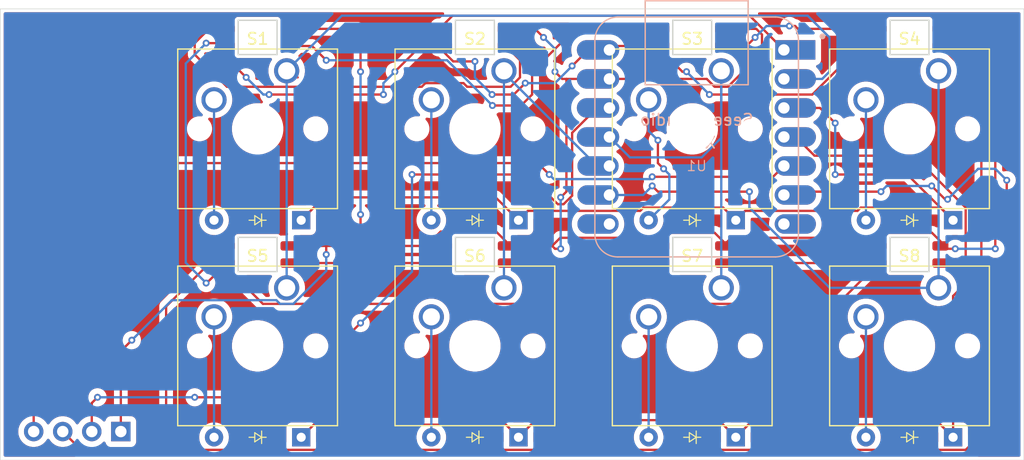
<source format=kicad_pcb>
(kicad_pcb (version 20241229) (generator "pcbnew") (generator_version "9.0")
  (layers (0 "F.Cu" signal) (2 "B.Cu" signal) (13 "F.Paste" user) (15 "B.Paste" user) (5 "F.SilkS" user "F.Silkscreen") (7 "B.SilkS" user "B.Silkscreen") (1 "F.Mask" user) (3 "B.Mask" user) (25 "Edge.Cuts" user))
  (net 0 "")
  (net 1 "Net-(D11-DIN)")
  (net 2 "Net-(D10-DOUT)")
  (net 3 "Row 0")
  (net 4 "LED_GND")
  (net 5 "5V")
  (net 6 "Net-(D1-A)")
  (net 7 "Net-(D2-A)")
  (net 8 "Net-(D3-A)")
  (net 9 "Net-(D4-A)")
  (net 10 "Row 1")
  (net 11 "Net-(D5-A)")
  (net 12 "Net-(D6-A)")
  (net 13 "Net-(D7-A)")
  (net 14 "Net-(D8-A)")
  (net 15 "Col 0")
  (net 16 "Col 1")
  (net 17 "Col 2")
  (net 18 "Col 3")
  (net 19 "LED0_DIN")
  (net 20 "Net-(D11-DOUT)")
  (net 21 "Net-(D12-DOUT)")
  (net 22 "Net-(D13-DOUT)")
  (net 23 "Net-(D14-DOUT)")
  (net 24 "Net-(D15-DOUT)")
  (net 26 "OLED_SDA")
  (net 27 "OLED_SCL")
  (net 28 "OLED_VCC")
  (footprint "ScottoKeebs_Components:Diode_DO-35" (layer "F.Cu") (at 125.81 90 180)
    (property "Reference" "D7" (hide yes))
    (property "Value" "~" (hide yes))
    (pad "1" thru_hole rect (at 0 0 180) (size 1.6 1.6) (drill 0.8) (layers "*.Cu" "*.Mask") (net 10 "Row 1"))
    (pad "2" thru_hole oval (at 7.62 0 180) (size 1.6 1.6) (drill 0.8) (layers "*.Cu" "*.Mask") (net 13 "Net-(D7-A)"))
  )
  (footprint "Button_Switch_Keyboard:SW_Cherry_MX_1.00u_PCB" (layer "F.Cu") (at 105.54 57.92)
    (property "Reference" "S2" (at -2.54 -2.794 0) (layer "F.SilkS"))
    (property "Value" "~")
    (pad "" np_thru_hole circle (at -7.62 5.08) (size 1.7 1.7) (drill 1.7) (layers "*.Cu" "*.Mask"))
    (pad "" np_thru_hole circle (at -2.54 5.08) (size 4 4) (drill 4) (layers "*.Cu" "*.Mask"))
    (pad "" np_thru_hole circle (at 2.54 5.08) (size 1.7 1.7) (drill 1.7) (layers "*.Cu" "*.Mask"))
    (pad "1" thru_hole circle (at 0 0) (size 2.2 2.2) (drill 1.5) (layers "*.Cu" "*.Mask") (net 16 "Col 1"))
    (pad "2" thru_hole circle (at -6.35 2.54) (size 2.2 2.2) (drill 1.5) (layers "*.Cu" "*.Mask") (net 7 "Net-(D2-A)"))
  )
  (footprint "ScottoKeebs_Components:Diode_DO-35" (layer "F.Cu") (at 106.81 90 180)
    (property "Reference" "D6" (hide yes))
    (property "Value" "~" (hide yes))
    (pad "1" thru_hole rect (at 0 0 180) (size 1.6 1.6) (drill 0.8) (layers "*.Cu" "*.Mask") (net 10 "Row 1"))
    (pad "2" thru_hole oval (at 7.62 0 180) (size 1.6 1.6) (drill 0.8) (layers "*.Cu" "*.Mask") (net 12 "Net-(D6-A)"))
  )
  (footprint "ScottoKeebs_Components:Diode_DO-35" (layer "F.Cu") (at 144.81 71 180)
    (property "Reference" "D4" (hide yes))
    (property "Value" "~" (hide yes))
    (pad "1" thru_hole rect (at 0 0 180) (size 1.6 1.6) (drill 0.8) (layers "*.Cu" "*.Mask") (net 3 "Row 0"))
    (pad "2" thru_hole oval (at 7.62 0 180) (size 1.6 1.6) (drill 0.8) (layers "*.Cu" "*.Mask") (net 9 "Net-(D4-A)"))
  )
  (footprint "ScottoKeebs_Components:LED_SK6812MINI" (layer "F.Cu") (at 122 55)
    (property "Reference" "D11" (hide yes))
    (property "Value" "LED_SK6812MINI" (hide yes))
    (fp_line (start -1.7 -1.5) (end -1.7 1.5) (stroke (width 0.12)) (layer "Edge.Cuts"))
    (fp_line (start -1.7 1.5) (end 1.7 1.5) (stroke (width 0.12)) (layer "Edge.Cuts"))
    (fp_line (start 1.7 -1.5) (end -1.7 -1.5) (stroke (width 0.12)) (layer "Edge.Cuts"))
    (fp_line (start 1.7 1.5) (end 1.7 -1.5) (stroke (width 0.12)) (layer "Edge.Cuts"))
    (pad "1" smd roundrect (at 2.7 -0.75) (size 1.4 0.82) (layers "F.Cu" "F.Mask" "F.Paste") (net 4 "LED_GND"))
    (pad "2" smd roundrect (at 2.7 0.75) (size 1.4 0.82) (layers "F.Cu" "F.Mask" "F.Paste") (net 20 "Net-(D11-DOUT)"))
    (pad "3" smd roundrect (at -2.7 0.75) (size 1.4 0.82) (layers "F.Cu" "F.Mask" "F.Paste") (net 5 "5V"))
    (pad "4" smd roundrect (at -2.7 -0.75) (size 1.4 0.82) (layers "F.Cu" "F.Mask" "F.Paste") (net 1 "Net-(D11-DIN)"))
  )
  (footprint "Button_Switch_Keyboard:SW_Cherry_MX_1.00u_PCB" (layer "F.Cu") (at 86.54 57.92)
    (property "Reference" "S1" (at -2.54 -2.794 0) (layer "F.SilkS"))
    (property "Value" "~")
    (pad "" np_thru_hole circle (at -7.62 5.08) (size 1.7 1.7) (drill 1.7) (layers "*.Cu" "*.Mask"))
    (pad "" np_thru_hole circle (at -2.54 5.08) (size 4 4) (drill 4) (layers "*.Cu" "*.Mask"))
    (pad "" np_thru_hole circle (at 2.54 5.08) (size 1.7 1.7) (drill 1.7) (layers "*.Cu" "*.Mask"))
    (pad "1" thru_hole circle (at 0 0) (size 2.2 2.2) (drill 1.5) (layers "*.Cu" "*.Mask") (net 15 "Col 0"))
    (pad "2" thru_hole circle (at -6.35 2.54) (size 2.2 2.2) (drill 1.5) (layers "*.Cu" "*.Mask") (net 6 "Net-(D1-A)"))
  )
  (footprint "ScottoKeebs_Components:Diode_DO-35" (layer "F.Cu") (at 87.81 71 180)
    (property "Reference" "D1" (hide yes))
    (property "Value" "~" (hide yes))
    (pad "1" thru_hole rect (at 0 0 180) (size 1.6 1.6) (drill 0.8) (layers "*.Cu" "*.Mask") (net 3 "Row 0"))
    (pad "2" thru_hole oval (at 7.62 0 180) (size 1.6 1.6) (drill 0.8) (layers "*.Cu" "*.Mask") (net 6 "Net-(D1-A)"))
  )
  (footprint "ScottoKeebs_Components:LED_SK6812MINI" (layer "F.Cu") (at 141 55)
    (property "Reference" "D12" (hide yes))
    (property "Value" "LED_SK6812MINI" (hide yes))
    (fp_line (start -1.7 -1.5) (end -1.7 1.5) (stroke (width 0.12)) (layer "Edge.Cuts"))
    (fp_line (start -1.7 1.5) (end 1.7 1.5) (stroke (width 0.12)) (layer "Edge.Cuts"))
    (fp_line (start 1.7 -1.5) (end -1.7 -1.5) (stroke (width 0.12)) (layer "Edge.Cuts"))
    (fp_line (start 1.7 1.5) (end 1.7 -1.5) (stroke (width 0.12)) (layer "Edge.Cuts"))
    (pad "1" smd roundrect (at 2.7 -0.75) (size 1.4 0.82) (layers "F.Cu" "F.Mask" "F.Paste") (net 4 "LED_GND"))
    (pad "2" smd roundrect (at 2.7 0.75) (size 1.4 0.82) (layers "F.Cu" "F.Mask" "F.Paste") (net 21 "Net-(D12-DOUT)"))
    (pad "3" smd roundrect (at -2.7 0.75) (size 1.4 0.82) (layers "F.Cu" "F.Mask" "F.Paste") (net 5 "5V"))
    (pad "4" smd roundrect (at -2.7 -0.75) (size 1.4 0.82) (layers "F.Cu" "F.Mask" "F.Paste") (net 20 "Net-(D11-DOUT)"))
  )
  (footprint "ScottoKeebs_Components:OLED_128x32" (layer "F.Cu") (at 62.24 91.1 90)
    (property "Reference" "J1" (hide yes))
    (property "Value" "OLED_128x32")
    (pad "1" thru_hole rect (at 1.6 9.8 270) (size 1.7 1.7) (drill 1) (layers "*.Cu" "*.Mask") (net 4 "LED_GND"))
    (pad "2" thru_hole oval (at 1.6 7.26 270) (size 1.7 1.7) (drill 1) (layers "*.Cu" "*.Mask") (net 28 "OLED_VCC"))
    (pad "3" thru_hole oval (at 1.6 4.72 270) (size 1.7 1.7) (drill 1) (layers "*.Cu" "*.Mask") (net 27 "OLED_SCL"))
    (pad "4" thru_hole oval (at 1.6 2.18 270) (size 1.7 1.7) (drill 1) (layers "*.Cu" "*.Mask") (net 26 "OLED_SDA"))
  )
  (footprint "Button_Switch_Keyboard:SW_Cherry_MX_1.00u_PCB" (layer "F.Cu") (at 143.54 57.92)
    (property "Reference" "S4" (at -2.54 -2.794 0) (layer "F.SilkS"))
    (property "Value" "~")
    (pad "" np_thru_hole circle (at -7.62 5.08) (size 1.7 1.7) (drill 1.7) (layers "*.Cu" "*.Mask"))
    (pad "" np_thru_hole circle (at -2.54 5.08) (size 4 4) (drill 4) (layers "*.Cu" "*.Mask"))
    (pad "" np_thru_hole circle (at 2.54 5.08) (size 1.7 1.7) (drill 1.7) (layers "*.Cu" "*.Mask"))
    (pad "1" thru_hole circle (at 0 0) (size 2.2 2.2) (drill 1.5) (layers "*.Cu" "*.Mask") (net 18 "Col 3"))
    (pad "2" thru_hole circle (at -6.35 2.54) (size 2.2 2.2) (drill 1.5) (layers "*.Cu" "*.Mask") (net 9 "Net-(D4-A)"))
  )
  (footprint "Button_Switch_Keyboard:SW_Cherry_MX_1.00u_PCB" (layer "F.Cu") (at 124.54 76.92)
    (property "Reference" "S7" (at -2.54 -2.794 0) (layer "F.SilkS"))
    (property "Value" "~")
    (pad "" np_thru_hole circle (at -7.62 5.08) (size 1.7 1.7) (drill 1.7) (layers "*.Cu" "*.Mask"))
    (pad "" np_thru_hole circle (at -2.54 5.08) (size 4 4) (drill 4) (layers "*.Cu" "*.Mask"))
    (pad "" np_thru_hole circle (at 2.54 5.08) (size 1.7 1.7) (drill 1.7) (layers "*.Cu" "*.Mask"))
    (pad "1" thru_hole circle (at 0 0) (size 2.2 2.2) (drill 1.5) (layers "*.Cu" "*.Mask") (net 17 "Col 2"))
    (pad "2" thru_hole circle (at -6.35 2.54) (size 2.2 2.2) (drill 1.5) (layers "*.Cu" "*.Mask") (net 13 "Net-(D7-A)"))
  )
  (footprint "Button_Switch_Keyboard:SW_Cherry_MX_1.00u_PCB" (layer "F.Cu") (at 86.54 76.92)
    (property "Reference" "S5" (at -2.54 -2.794 0) (layer "F.SilkS"))
    (property "Value" "~")
    (pad "" np_thru_hole circle (at -7.62 5.08) (size 1.7 1.7) (drill 1.7) (layers "*.Cu" "*.Mask"))
    (pad "" np_thru_hole circle (at -2.54 5.08) (size 4 4) (drill 4) (layers "*.Cu" "*.Mask"))
    (pad "" np_thru_hole circle (at 2.54 5.08) (size 1.7 1.7) (drill 1.7) (layers "*.Cu" "*.Mask"))
    (pad "1" thru_hole circle (at 0 0) (size 2.2 2.2) (drill 1.5) (layers "*.Cu" "*.Mask") (net 15 "Col 0"))
    (pad "2" thru_hole circle (at -6.35 2.54) (size 2.2 2.2) (drill 1.5) (layers "*.Cu" "*.Mask") (net 11 "Net-(D5-A)"))
  )
  (footprint "ScottoKeebs_Components:Diode_DO-35" (layer "F.Cu") (at 125.81 71 180)
    (property "Reference" "D3" (hide yes))
    (property "Value" "~" (hide yes))
    (pad "1" thru_hole rect (at 0 0 180) (size 1.6 1.6) (drill 0.8) (layers "*.Cu" "*.Mask") (net 3 "Row 0"))
    (pad "2" thru_hole oval (at 7.62 0 180) (size 1.6 1.6) (drill 0.8) (layers "*.Cu" "*.Mask") (net 8 "Net-(D3-A)"))
  )
  (footprint "ScottoKeebs_Components:Diode_DO-35" (layer "F.Cu") (at 87.81 90 180)
    (property "Reference" "D5" (hide yes))
    (property "Value" "~" (hide yes))
    (pad "1" thru_hole rect (at 0 0 180) (size 1.6 1.6) (drill 0.8) (layers "*.Cu" "*.Mask") (net 10 "Row 1"))
    (pad "2" thru_hole oval (at 7.62 0 180) (size 1.6 1.6) (drill 0.8) (layers "*.Cu" "*.Mask") (net 11 "Net-(D5-A)"))
  )
  (footprint "ScottoKeebs_Components:Diode_DO-35" (layer "F.Cu") (at 144.81 90 180)
    (property "Reference" "D8" (hide yes))
    (property "Value" "~" (hide yes))
    (pad "1" thru_hole rect (at 0 0 180) (size 1.6 1.6) (drill 0.8) (layers "*.Cu" "*.Mask") (net 10 "Row 1"))
    (pad "2" thru_hole oval (at 7.62 0 180) (size 1.6 1.6) (drill 0.8) (layers "*.Cu" "*.Mask") (net 14 "Net-(D8-A)"))
  )
  (footprint "ScottoKeebs_Components:LED_SK6812MINI" (layer "F.Cu") (at 103 74)
    (property "Reference" "D14" (hide yes))
    (property "Value" "LED_SK6812MINI" (hide yes))
    (fp_line (start -1.7 -1.5) (end -1.7 1.5) (stroke (width 0.12)) (layer "Edge.Cuts"))
    (fp_line (start -1.7 1.5) (end 1.7 1.5) (stroke (width 0.12)) (layer "Edge.Cuts"))
    (fp_line (start 1.7 -1.5) (end -1.7 -1.5) (stroke (width 0.12)) (layer "Edge.Cuts"))
    (fp_line (start 1.7 1.5) (end 1.7 -1.5) (stroke (width 0.12)) (layer "Edge.Cuts"))
    (pad "1" smd roundrect (at 2.7 -0.75) (size 1.4 0.82) (layers "F.Cu" "F.Mask" "F.Paste") (net 4 "LED_GND"))
    (pad "2" smd roundrect (at 2.7 0.75) (size 1.4 0.82) (layers "F.Cu" "F.Mask" "F.Paste") (net 23 "Net-(D14-DOUT)"))
    (pad "3" smd roundrect (at -2.7 0.75) (size 1.4 0.82) (layers "F.Cu" "F.Mask" "F.Paste") (net 5 "5V"))
    (pad "4" smd roundrect (at -2.7 -0.75) (size 1.4 0.82) (layers "F.Cu" "F.Mask" "F.Paste") (net 22 "Net-(D13-DOUT)"))
  )
  (footprint "ScottoKeebs_Components:LED_SK6812MINI" (layer "F.Cu") (at 84 74)
    (property "Reference" "D13" (hide yes))
    (property "Value" "LED_SK6812MINI" (hide yes))
    (fp_line (start -1.7 -1.5) (end -1.7 1.5) (stroke (width 0.12)) (layer "Edge.Cuts"))
    (fp_line (start -1.7 1.5) (end 1.7 1.5) (stroke (width 0.12)) (layer "Edge.Cuts"))
    (fp_line (start 1.7 -1.5) (end -1.7 -1.5) (stroke (width 0.12)) (layer "Edge.Cuts"))
    (fp_line (start 1.7 1.5) (end 1.7 -1.5) (stroke (width 0.12)) (layer "Edge.Cuts"))
    (pad "1" smd roundrect (at 2.7 -0.75) (size 1.4 0.82) (layers "F.Cu" "F.Mask" "F.Paste") (net 4 "LED_GND"))
    (pad "2" smd roundrect (at 2.7 0.75) (size 1.4 0.82) (layers "F.Cu" "F.Mask" "F.Paste") (net 22 "Net-(D13-DOUT)"))
    (pad "3" smd roundrect (at -2.7 0.75) (size 1.4 0.82) (layers "F.Cu" "F.Mask" "F.Paste") (net 5 "5V"))
    (pad "4" smd roundrect (at -2.7 -0.75) (size 1.4 0.82) (layers "F.Cu" "F.Mask" "F.Paste") (net 21 "Net-(D12-DOUT)"))
  )
  (footprint "Button_Switch_Keyboard:SW_Cherry_MX_1.00u_PCB" (layer "F.Cu") (at 143.54 76.92)
    (property "Reference" "S8" (at -2.54 -2.794 0) (layer "F.SilkS"))
    (property "Value" "~")
    (pad "" np_thru_hole circle (at -7.62 5.08) (size 1.7 1.7) (drill 1.7) (layers "*.Cu" "*.Mask"))
    (pad "" np_thru_hole circle (at -2.54 5.08) (size 4 4) (drill 4) (layers "*.Cu" "*.Mask"))
    (pad "" np_thru_hole circle (at 2.54 5.08) (size 1.7 1.7) (drill 1.7) (layers "*.Cu" "*.Mask"))
    (pad "1" thru_hole circle (at 0 0) (size 2.2 2.2) (drill 1.5) (layers "*.Cu" "*.Mask") (net 18 "Col 3"))
    (pad "2" thru_hole circle (at -6.35 2.54) (size 2.2 2.2) (drill 1.5) (layers "*.Cu" "*.Mask") (net 14 "Net-(D8-A)"))
  )
  (footprint "ScottoKeebs_Components:LED_SK6812MINI" (layer "F.Cu") (at 122 74)
    (property "Reference" "D15" (hide yes))
    (property "Value" "LED_SK6812MINI" (hide yes))
    (fp_line (start -1.7 -1.5) (end -1.7 1.5) (stroke (width 0.12)) (layer "Edge.Cuts"))
    (fp_line (start -1.7 1.5) (end 1.7 1.5) (stroke (width 0.12)) (layer "Edge.Cuts"))
    (fp_line (start 1.7 -1.5) (end -1.7 -1.5) (stroke (width 0.12)) (layer "Edge.Cuts"))
    (fp_line (start 1.7 1.5) (end 1.7 -1.5) (stroke (width 0.12)) (layer "Edge.Cuts"))
    (pad "1" smd roundrect (at 2.7 -0.75) (size 1.4 0.82) (layers "F.Cu" "F.Mask" "F.Paste") (net 4 "LED_GND"))
    (pad "2" smd roundrect (at 2.7 0.75) (size 1.4 0.82) (layers "F.Cu" "F.Mask" "F.Paste") (net 24 "Net-(D15-DOUT)"))
    (pad "3" smd roundrect (at -2.7 0.75) (size 1.4 0.82) (layers "F.Cu" "F.Mask" "F.Paste") (net 5 "5V"))
    (pad "4" smd roundrect (at -2.7 -0.75) (size 1.4 0.82) (layers "F.Cu" "F.Mask" "F.Paste") (net 23 "Net-(D14-DOUT)"))
  )
  (footprint "ScottoKeebs_Components:LED_SK6812MINI" (layer "F.Cu") (at 103 55)
    (property "Reference" "D10" (hide yes))
    (property "Value" "LED_SK6812MINI" (hide yes))
    (fp_line (start -1.7 -1.5) (end -1.7 1.5) (stroke (width 0.12)) (layer "Edge.Cuts"))
    (fp_line (start -1.7 1.5) (end 1.7 1.5) (stroke (width 0.12)) (layer "Edge.Cuts"))
    (fp_line (start 1.7 -1.5) (end -1.7 -1.5) (stroke (width 0.12)) (layer "Edge.Cuts"))
    (fp_line (start 1.7 1.5) (end 1.7 -1.5) (stroke (width 0.12)) (layer "Edge.Cuts"))
    (pad "1" smd roundrect (at 2.7 -0.75) (size 1.4 0.82) (layers "F.Cu" "F.Mask" "F.Paste") (net 4 "LED_GND"))
    (pad "2" smd roundrect (at 2.7 0.75) (size 1.4 0.82) (layers "F.Cu" "F.Mask" "F.Paste") (net 2 "Net-(D10-DOUT)"))
    (pad "3" smd roundrect (at -2.7 0.75) (size 1.4 0.82) (layers "F.Cu" "F.Mask" "F.Paste") (net 5 "5V"))
    (pad "4" smd roundrect (at -2.7 -0.75) (size 1.4 0.82) (layers "F.Cu" "F.Mask" "F.Paste") (net 19 "LED0_DIN"))
  )
  (footprint "Button_Switch_Keyboard:SW_Cherry_MX_1.00u_PCB" (layer "F.Cu") (at 124.54 57.92)
    (property "Reference" "S3" (at -2.54 -2.794 0) (layer "F.SilkS"))
    (property "Value" "~")
    (pad "" np_thru_hole circle (at -7.62 5.08) (size 1.7 1.7) (drill 1.7) (layers "*.Cu" "*.Mask"))
    (pad "" np_thru_hole circle (at -2.54 5.08) (size 4 4) (drill 4) (layers "*.Cu" "*.Mask"))
    (pad "" np_thru_hole circle (at 2.54 5.08) (size 1.7 1.7) (drill 1.7) (layers "*.Cu" "*.Mask"))
    (pad "1" thru_hole circle (at 0 0) (size 2.2 2.2) (drill 1.5) (layers "*.Cu" "*.Mask") (net 17 "Col 2"))
    (pad "2" thru_hole circle (at -6.35 2.54) (size 2.2 2.2) (drill 1.5) (layers "*.Cu" "*.Mask") (net 8 "Net-(D3-A)"))
  )
  (footprint "ScottoKeebs_Components:Diode_DO-35" (layer "F.Cu") (at 106.81 71 180)
    (property "Reference" "D2" (hide yes))
    (property "Value" "~" (hide yes))
    (pad "1" thru_hole rect (at 0 0 180) (size 1.6 1.6) (drill 0.8) (layers "*.Cu" "*.Mask") (net 3 "Row 0"))
    (pad "2" thru_hole oval (at 7.62 0 180) (size 1.6 1.6) (drill 0.8) (layers "*.Cu" "*.Mask") (net 7 "Net-(D2-A)"))
  )
  (footprint "ScottoKeebs_Components:LED_SK6812MINI" (layer "F.Cu") (at 141 74)
    (property "Reference" "D16" (hide yes))
    (property "Value" "LED_SK6812MINI" (hide yes))
    (fp_line (start -1.7 -1.5) (end -1.7 1.5) (stroke (width 0.12)) (layer "Edge.Cuts"))
    (fp_line (start -1.7 1.5) (end 1.7 1.5) (stroke (width 0.12)) (layer "Edge.Cuts"))
    (fp_line (start 1.7 -1.5) (end -1.7 -1.5) (stroke (width 0.12)) (layer "Edge.Cuts"))
    (fp_line (start 1.7 1.5) (end 1.7 -1.5) (stroke (width 0.12)) (layer "Edge.Cuts"))
    (pad "1" smd roundrect (at 2.7 -0.75) (size 1.4 0.82) (layers "F.Cu" "F.Mask" "F.Paste") (net 4 "LED_GND"))
    (pad "2" smd roundrect (at 2.7 0.75) (size 1.4 0.82) (layers "F.Cu" "F.Mask" "F.Paste"))
    (pad "3" smd roundrect (at -2.7 0.75) (size 1.4 0.82) (layers "F.Cu" "F.Mask" "F.Paste") (net 5 "5V"))
    (pad "4" smd roundrect (at -2.7 -0.75) (size 1.4 0.82) (layers "F.Cu" "F.Mask" "F.Paste") (net 24 "Net-(D15-DOUT)"))
  )
  (footprint "Button_Switch_Keyboard:SW_Cherry_MX_1.00u_PCB" (layer "F.Cu") (at 105.54 76.92)
    (property "Reference" "S6" (at -2.54 -2.794 0) (layer "F.SilkS"))
    (property "Value" "~")
    (pad "" np_thru_hole circle (at -7.62 5.08) (size 1.7 1.7) (drill 1.7) (layers "*.Cu" "*.Mask"))
    (pad "" np_thru_hole circle (at -2.54 5.08) (size 4 4) (drill 4) (layers "*.Cu" "*.Mask"))
    (pad "" np_thru_hole circle (at 2.54 5.08) (size 1.7 1.7) (drill 1.7) (layers "*.Cu" "*.Mask"))
    (pad "1" thru_hole circle (at 0 0) (size 2.2 2.2) (drill 1.5) (layers "*.Cu" "*.Mask") (net 16 "Col 1"))
    (pad "2" thru_hole circle (at -6.35 2.54) (size 2.2 2.2) (drill 1.5) (layers "*.Cu" "*.Mask") (net 12 "Net-(D6-A)"))
  )
  (footprint "ScottoKeebs_Components:LED_SK6812MINI" (layer "F.Cu") (at 84 55)
    (property "Reference" "D9" (hide yes))
    (property "Value" "LED_SK6812MINI" (hide yes))
    (fp_line (start -1.7 -1.5) (end -1.7 1.5) (stroke (width 0.12)) (layer "Edge.Cuts"))
    (fp_line (start -1.7 1.5) (end 1.7 1.5) (stroke (width 0.12)) (layer "Edge.Cuts"))
    (fp_line (start 1.7 -1.5) (end -1.7 -1.5) (stroke (width 0.12)) (layer "Edge.Cuts"))
    (fp_line (start 1.7 1.5) (end 1.7 -1.5) (stroke (width 0.12)) (layer "Edge.Cuts"))
    (pad "1" smd roundrect (at 2.7 -0.75) (size 1.4 0.82) (layers "F.Cu" "F.Mask" "F.Paste") (net 4 "LED_GND"))
    (pad "2" smd roundrect (at 2.7 0.75) (size 1.4 0.82) (layers "F.Cu" "F.Mask" "F.Paste") (net 1 "Net-(D11-DIN)"))
    (pad "3" smd roundrect (at -2.7 0.75) (size 1.4 0.82) (layers "F.Cu" "F.Mask" "F.Paste") (net 5 "5V"))
    (pad "4" smd roundrect (at -2.7 -0.75) (size 1.4 0.82) (layers "F.Cu" "F.Mask" "F.Paste") (net 2 "Net-(D10-DOUT)"))
  )
  (footprint "footprints:XIAO-Generic-Hybrid-14P-2.54-21X17.8MM" (layer "B.Cu") (at 122.3895 63.712015 180)
    (property "Reference" "U1" (at 0 -2.54 0) (layer "B.SilkS") (effects (font (size 0.889 0.889) (thickness 0.1016)) (justify mirror)))
    (property "Value" "MOUDLE-SEEEDUINO-XIAO" (hide yes))
    (fp_text user "Seeed Studio" (at 0 1.5 0) (layer "B.SilkS") (effects (justify mirror)))
    (fp_text user "XIAO" (at 0 -0.5 0) (layer "B.SilkS") (effects (justify mirror)))
    (pad "1" thru_hole rect (at -7.625 7.62 180) (size 3.5 1.7) (drill 1 (offset -1 0)) (layers "*.Cu" "*.Mask") (net 19 "LED0_DIN"))
    (pad "2" thru_hole oval (at -7.625 5.08 180) (size 3.6 1.7) (drill 1 (offset -1 0)) (layers "*.Cu" "*.Mask") (net 15 "Col 0"))
    (pad "3" thru_hole oval (at -7.625 2.54 180) (size 3.6 1.7) (drill 1 (offset -1 0)) (layers "*.Cu" "*.Mask") (net 3 "Row 0"))
    (pad "4" thru_hole oval (at -7.625 0 180) (size 3.6 1.7) (drill 1 (offset -1 0)) (layers "*.Cu" "*.Mask") (net 10 "Row 1"))
    (pad "5" thru_hole oval (at -7.625 -2.54 180) (size 3.6 1.7) (drill 1 (offset -1 0)) (layers "*.Cu" "*.Mask") (net 26 "OLED_SDA"))
    (pad "6" thru_hole oval (at -7.625 -5.08) (size 3.6 1.7) (drill 1 (offset 1 0)) (layers "*.Cu" "*.Mask") (net 27 "OLED_SCL"))
    (pad "7" thru_hole oval (at -7.625 -7.62 180) (size 3.6 1.7) (drill 1 (offset -1 0)) (layers "*.Cu" "*.Mask"))
    (pad "8" thru_hole oval (at 7.625 -7.62 180) (size 3.6 1.7) (drill 1 (offset 1 0)) (layers "*.Cu" "*.Mask"))
    (pad "9" thru_hole oval (at 7.625 -5.08 180) (size 3.6 1.7) (drill 1 (offset 1 0)) (layers "*.Cu" "*.Mask") (net 18 "Col 3"))
    (pad "10" thru_hole oval (at 7.625 -2.54 180) (size 3.6 1.7) (drill 1 (offset 1 0)) (layers "*.Cu" "*.Mask") (net 16 "Col 1"))
    (pad "11" thru_hole oval (at 7.625 0 180) (size 3.7 1.7) (drill 1 (offset 1 0)) (layers "*.Cu" "*.Mask") (net 17 "Col 2"))
    (pad "12" thru_hole oval (at 7.625 2.54 180) (size 3.7 1.7) (drill 1 (offset 1 0)) (layers "*.Cu" "*.Mask") (net 28 "OLED_VCC"))
    (pad "13" thru_hole oval (at 7.625 5.08 180) (size 3.7 1.7) (drill 1 (offset 1 0)) (layers "*.Cu" "*.Mask") (net 4 "LED_GND"))
    (pad "14" thru_hole oval (at 7.625 7.62 180) (size 3.7 1.7) (drill 1 (offset 1 0)) (layers "*.Cu" "*.Mask") (net 5 "5V"))
  )
  (gr_rect (start 61.5 52.5) (end 151 92) (stroke (width 0.05)) (fill no) (layer "Edge.Cuts"))
  (segment (start 119.3 54.25) (end 111.758414 54.25) (width 0.2) (layer "F.Cu") (net 1))
  (segment (start 107.04 60.96) (end 104.53 60.96) (width 0.2) (layer "F.Cu") (net 1))
  (segment (start 90 57) (end 88.75 55.75) (width 0.2) (layer "F.Cu") (net 1))
  (segment (start 108 58.008414) (end 108 60) (width 0.2) (layer "F.Cu") (net 1))
  (segment (start 111.758414 54.25) (end 108 58.008414) (width 0.2) (layer "F.Cu") (net 1))
  (segment (start 108 60) (end 107.04 60.96) (width 0.2) (layer "F.Cu") (net 1))
  (segment (start 88.75 55.75) (end 86.7 55.75) (width 0.2) (layer "F.Cu") (net 1))
  (via (at 90 57) (size 0.6) (drill 0.3) (layers "F.Cu" "B.Cu") (net 1))
  (via (at 104.53 60.96) (size 0.6) (drill 0.3) (layers "F.Cu" "B.Cu") (net 1))
  (segment (start 100.57 57) (end 90 57) (width 0.2) (layer "B.Cu") (net 1))
  (segment (start 104.53 60.96) (end 100.57 57) (width 0.2) (layer "B.Cu") (net 1))
  (segment (start 106.941 56.991) (end 106.941 58.500314) (width 0.2) (layer "F.Cu") (net 2))
  (segment (start 98.668686 59) (end 98.347686 59.321) (width 0.2) (layer "F.Cu") (net 2))
  (segment (start 106.120314 59.321) (end 102.321 59.321) (width 0.2) (layer "F.Cu") (net 2))
  (segment (start 102.321 59.321) (end 102 59) (width 0.2) (layer "F.Cu") (net 2))
  (segment (start 79.75 54.25) (end 81.3 54.25) (width 0.2) (layer "F.Cu") (net 2))
  (segment (start 98.347686 59.321) (end 81.321 59.321) (width 0.2) (layer "F.Cu") (net 2))
  (segment (start 105.7 55.75) (end 106.941 56.991) (width 0.2) (layer "F.Cu") (net 2))
  (segment (start 78.5 55.5) (end 79.75 54.25) (width 0.2) (layer "F.Cu") (net 2))
  (segment (start 106.941 58.500314) (end 106.120314 59.321) (width 0.2) (layer "F.Cu") (net 2))
  (segment (start 81.321 59.321) (end 78.5 56.5) (width 0.2) (layer "F.Cu") (net 2))
  (segment (start 102 59) (end 98.668686 59) (width 0.2) (layer "F.Cu") (net 2))
  (segment (start 78.5 56.5) (end 78.5 55.5) (width 0.2) (layer "F.Cu") (net 2))
  (segment (start 87.81 71) (end 89.81 69) (width 0.2) (layer "F.Cu") (net 3))
  (segment (start 117.451935 70.181015) (end 117.73395 69.899) (width 0.2) (layer "F.Cu") (net 3))
  (segment (start 125.81 71) (end 126.628985 70.181015) (width 0.2) (layer "F.Cu") (net 3))
  (segment (start 136.73395 69.899) (end 143.709 69.899) (width 0.2) (layer "F.Cu") (net 3))
  (segment (start 104.81 69) (end 106.81 71) (width 0.2) (layer "F.Cu") (net 3))
  (segment (start 89.81 69) (end 104.81 69) (width 0.2) (layer "F.Cu") (net 3))
  (segment (start 136.451935 70.181015) (end 136.73395 69.899) (width 0.2) (layer "F.Cu") (net 3))
  (segment (start 124.709 69.899) (end 125.81 71) (width 0.2) (layer "F.Cu") (net 3))
  (segment (start 134.5 62.5) (end 133.172015 61.172015) (width 0.2) (layer "F.Cu") (net 3))
  (segment (start 133.172015 61.172015) (end 130.0145 61.172015) (width 0.2) (layer "F.Cu") (net 3))
  (segment (start 107.628985 70.181015) (end 117.451935 70.181015) (width 0.2) (layer "F.Cu") (net 3))
  (segment (start 144.81 71) (end 140.81 67) (width 0.2) (layer "F.Cu") (net 3))
  (segment (start 126.628985 70.181015) (end 136.451935 70.181015) (width 0.2) (layer "F.Cu") (net 3))
  (segment (start 140.81 67) (end 134.5 67) (width 0.2) (layer "F.Cu") (net 3))
  (segment (start 117.73395 69.899) (end 124.709 69.899) (width 0.2) (layer "F.Cu") (net 3))
  (segment (start 106.81 71) (end 107.628985 70.181015) (width 0.2) (layer "F.Cu") (net 3))
  (segment (start 143.709 69.899) (end 144.81 71) (width 0.2) (layer "F.Cu") (net 3))
  (via (at 134.5 62.5) (size 0.6) (drill 0.3) (layers "F.Cu" "B.Cu") (net 3))
  (via (at 134.5 67) (size 0.6) (drill 0.3) (layers "F.Cu" "B.Cu") (net 3))
  (segment (start 134.5 67) (end 134.5 62.5) (width 0.2) (layer "B.Cu") (net 3))
  (segment (start 109 55) (end 108.25 54.25) (width 0.2) (layer "F.Cu") (net 4))
  (segment (start 111 68.5) (end 110.5 69) (width 0.2) (layer "F.Cu") (net 4))
  (segment (start 119.6939 72.539) (end 120.1339 72.099) (width 0.2) (layer "F.Cu") (net 4))
  (segment (start 110.461 72.539) (end 119.6939 72.539) (width 0.2) (layer "F.Cu") (net 4))
  (segment (start 124.7 72.84) (end 124.7 73.25) (width 0.2) (layer "F.Cu") (net 4))
  (segment (start 90 73.25) (end 86.7 73.25) (width 0.2) (layer "F.Cu") (net 4))
  (segment (start 123.270701 58.632015) (end 123.959686 59.321) (width 0.2) (layer "F.Cu") (net 4))
  (segment (start 111 58.632015) (end 111 68.5) (width 0.2) (layer "F.Cu") (net 4))
  (segment (start 110.632015 58.632015) (end 110 58) (width 0.2) (layer "F.Cu") (net 4))
  (segment (start 104.86 72) (end 100 72) (width 0.2) (layer "F.Cu") (net 4))
  (segment (start 128.101 56.340314) (end 128.101 54.751057) (width 0.2) (layer "F.Cu") (net 4))
  (segment (start 143.7 72.84) (end 143.7 73.25) (width 0.2) (layer "F.Cu") (net 4))
  (segment (start 114.7645 58.632015) (end 123.270701 58.632015) (width 0.2) (layer "F.Cu") (net 4))
  (segment (start 123.959 72.099) (end 124.7 72.84) (width 0.2) (layer "F.Cu") (net 4))
  (segment (start 143.95 73.5) (end 143.7 73.25) (width 0.2) (layer "F.Cu") (net 4))
  (segment (start 93 58) (end 93 54.5) (width 0.2) (layer "F.Cu") (net 4))
  (segment (start 123.959686 59.321) (end 125.120314 59.321) (width 0.2) (layer "F.Cu") (net 4))
  (segment (start 111 58.632015) (end 110.632015 58.632015) (width 0.2) (layer "F.Cu") (net 4))
  (segment (start 110.5 73.5) (end 110 73.5) (width 0.2) (layer "F.Cu") (net 4))
  (segment (start 114.7645 58.632015) (end 114.7645 58.7645) (width 0.2) (layer "F.Cu") (net 4))
  (segment (start 98.75 73.25) (end 93 73.25) (width 0.2) (layer "F.Cu") (net 4))
  (segment (start 138.6939 72.539) (end 139.1339 72.099) (width 0.2) (layer "F.Cu") (net 4))
  (segment (start 93 73.25) (end 90 73.25) (width 0.2) (layer "F.Cu") (net 4))
  (segment (start 90 74) (end 90 73.25) (width 0.2) (layer "F.Cu") (net 4))
  (segment (start 142.959 72.099) (end 143.7 72.84) (width 0.2) (layer "F.Cu") (net 4))
  (segment (start 108.25 54.25) (end 105.7 54.25) (width 0.2) (layer "F.Cu") (net 4))
  (segment (start 148.5 59.05) (end 148.5 73.5) (width 0.2) (layer "F.Cu") (net 4))
  (segment (start 109.75 73.25) (end 105.7 73.25) (width 0.2) (layer "F.Cu") (net 4))
  (segment (start 105.7 73.25) (end 105.7 72.84) (width 0.2) (layer "F.Cu") (net 4))
  (segment (start 100 72) (end 98.75 73.25) (width 0.2) (layer "F.Cu") (net 4))
  (segment (start 143.7 54.25) (end 148.5 59.05) (width 0.2) (layer "F.Cu") (net 4))
  (segment (start 124.7 73.25) (end 125.411 72.539) (width 0.2) (layer "F.Cu") (net 4))
  (segment (start 109.75 73.25) (end 110.461 72.539) (width 0.2) (layer "F.Cu") (net 4))
  (segment (start 93 73.25) (end 93 70.5) (width 0.2) (layer "F.Cu") (net 4))
  (segment (start 127.599943 54.25) (end 124.7 54.25) (width 0.2) (layer "F.Cu") (net 4))
  (segment (start 145 73.5) (end 143.95 73.5) (width 0.2) (layer "F.Cu") (net 4))
  (segment (start 125.411 72.539) (end 138.6939 72.539) (width 0.2) (layer "F.Cu") (net 4))
  (segment (start 92.75 54.25) (end 86.7 54.25) (width 0.2) (layer "F.Cu") (net 4))
  (segment (start 72.04 89.5) (end 72.04 82.46) (width 0.2) (layer "F.Cu") (net 4))
  (segment (start 125.120314 59.321) (end 128.101 56.340314) (width 0.2) (layer "F.Cu") (net 4))
  (segment (start 139.1339 72.099) (end 142.959 72.099) (width 0.2) (layer "F.Cu") (net 4))
  (segment (start 114.7645 58.7645) (end 115 59) (width 0.2) (layer "F.Cu") (net 4))
  (segment (start 114.7645 58.632015) (end 111 58.632015) (width 0.2) (layer "F.Cu") (net 4))
  (segment (start 110 73.5) (end 109.75 73.25) (width 0.2) (layer "F.Cu") (net 4))
  (segment (start 93 54.5) (end 92.75 54.25) (width 0.2) (layer "F.Cu") (net 4))
  (segment (start 105.7 72.84) (end 104.86 72) (width 0.2) (layer "F.Cu") (net 4))
  (segment (start 72.04 82.46) (end 73 81.5) (width 0.2) (layer "F.Cu") (net 4))
  (segment (start 128.101 54.751057) (end 127.599943 54.25) (width 0.2) (layer "F.Cu") (net 4))
  (segment (start 120.1339 72.099) (end 123.959 72.099) (width 0.2) (layer "F.Cu") (net 4))
  (via (at 110.5 73.5) (size 0.6) (drill 0.3) (layers "F.Cu" "B.Cu") (net 4))
  (via (at 73 81.5) (size 0.6) (drill 0.3) (layers "F.Cu" "B.Cu") (net 4))
  (via (at 90 74) (size 0.6) (drill 0.3) (layers "F.Cu" "B.Cu") (net 4))
  (via (at 145 73.5) (size 0.6) (drill 0.3) (layers "F.Cu" "B.Cu") (net 4))
  (via (at 110 58) (size 0.6) (drill 0.3) (layers "F.Cu" "B.Cu") (net 4))
  (via (at 110.5 69) (size 0.6) (drill 0.3) (layers "F.Cu" "B.Cu") (net 4))
  (via (at 93 58) (size 0.6) (drill 0.3) (layers "F.Cu" "B.Cu") (net 4))
  (via (at 148.5 73.5) (size 0.6) (drill 0.3) (layers "F.Cu" "B.Cu") (net 4))
  (via (at 93 70.5) (size 0.6) (drill 0.3) (layers "F.Cu" "B.Cu") (net 4))
  (via (at 109 55) (size 0.6) (drill 0.3) (layers "F.Cu" "B.Cu") (net 4))
  (segment (start 85.959686 78.321) (end 87.120314 78.321) (width 0.2) (layer "B.Cu") (net 4))
  (segment (start 148.5 73.5) (end 145 73.5) (width 0.2) (layer "B.Cu") (net 4))
  (segment (start 85.638686 78) (end 85.959686 78.321) (width 0.2) (layer "B.Cu") (net 4))
  (segment (start 93 70.5) (end 93 58) (width 0.2) (layer "B.Cu") (net 4))
  (segment (start 110.5 69) (end 110.5 73.5) (width 0.2) (layer "B.Cu") (net 4))
  (segment (start 110 56) (end 109 55) (width 0.2) (layer "B.Cu") (net 4))
  (segment (start 110 58) (end 110 56) (width 0.2) (layer "B.Cu") (net 4))
  (segment (start 87.120314 78.321) (end 90 75.441314) (width 0.2) (layer "B.Cu") (net 4))
  (segment (start 73 81.5) (end 76.5 78) (width 0.2) (layer "B.Cu") (net 4))
  (segment (start 76.5 78) (end 85.638686 78) (width 0.2) (layer "B.Cu") (net 4))
  (segment (start 90 75.441314) (end 90 74) (width 0.2) (layer "B.Cu") (net 4))
  (segment (start 115.729 78.321) (end 119.3 74.75) (width 0.2) (layer "F.Cu") (net 5))
  (segment (start 111.5 57.5) (end 112.907985 56.092015) (width 0.2) (layer "F.Cu") (net 5))
  (segment (start 119.3 55.75) (end 119.3 56.16) (width 0.2) (layer "F.Cu") (net 5))
  (segment (start 103.461 78.321) (end 115.729 78.321) (width 0.2) (layer "F.Cu") (net 5))
  (segment (start 96 58) (end 98.25 55.75) (width 0.2) (layer "F.Cu") (net 5))
  (segment (start 119.3 75.3) (end 122.321 78.321) (width 0.2) (layer "F.Cu") (net 5))
  (segment (start 100.3 75.16) (end 103.461 78.321) (width 0.2) (layer "F.Cu") (net 5))
  (segment (start 123.5 60) (end 132.5 60) (width 0.2) (layer "F.Cu") (net 5))
  (segment (start 101.1 57.1) (end 103 57.1) (width 0.2) (layer "F.Cu") (net 5))
  (segment (start 81.3 74.75) (end 79.55 76.5) (width 0.2) (layer "F.Cu") (net 5))
  (segment (start 119.3 74.75) (end 119.3 75.3) (width 0.2) (layer "F.Cu") (net 5))
  (segment (start 115.106515 55.75) (end 119.3 55.75) (width 0.2) (layer "F.Cu") (net 5))
  (segment (start 119.3 56.16) (end 121.14 58) (width 0.2) (layer "F.Cu") (net 5))
  (segment (start 100.3 74.75) (end 96.729 78.321) (width 0.2) (layer "F.Cu") (net 5))
  (segment (start 106.4 60) (end 107.4 59) (width 0.2) (layer "F.Cu") (net 5))
  (segment (start 79.5 55.5) (end 81.05 55.5) (width 0.2) (layer "F.Cu") (net 5))
  (segment (start 81.3 56.8) (end 83 58.5) (width 0.2) (layer "F.Cu") (net 5))
  (segment (start 132.5 60) (end 136.75 55.75) (width 0.2) (layer "F.Cu") (net 5))
  (segment (start 81.05 55.5) (end 81.3 55.75) (width 0.2) (layer "F.Cu") (net 5))
  (segment (start 81.3 55.75) (end 81.3 56.8) (width 0.2) (layer "F.Cu") (net 5))
  (segment (start 85 60) (end 95 60) (width 0.2) (layer "F.Cu") (net 5))
  (segment (start 112.907985 56.092015) (end 114.7645 56.092015) (width 0.2) (layer "F.Cu") (net 5))
  (segment (start 100.3 56.3) (end 101.1 57.1) (width 0.2) (layer "F.Cu") (net 5))
  (segment (start 100.3 55.75) (end 100.3 56.3) (width 0.2) (layer "F.Cu") (net 5))
  (segment (start 136.75 55.75) (end 138.3 55.75) (width 0.2) (layer "F.Cu") (net 5))
  (segment (start 122.321 78.321) (end 134.729 78.321) (width 0.2) (layer "F.Cu") (net 5))
  (segment (start 84.461 78.321) (end 81.3 75.16) (width 0.2) (layer "F.Cu") (net 5))
  (segment (start 100.3 74.75) (end 100.3 75.16) (width 0.2) (layer "F.Cu") (net 5))
  (segment (start 79.55 76.5) (end 79.5 76.5) (width 0.2) (layer "F.Cu") (net 5))
  (segment (start 104.5 60) (end 106.4 60) (width 0.2) (layer "F.Cu") (net 5))
  (segment (start 98.25 55.75) (end 100.3 55.75) (width 0.2) (layer "F.Cu") (net 5))
  (segment (start 134.729 78.321) (end 138.3 74.75) (width 0.2) (layer "F.Cu") (net 5))
  (segment (start 114.7645 56.092015) (end 115.106515 55.75) (width 0.2) (layer "F.Cu") (net 5))
  (segment (start 81.3 75.16) (end 81.3 74.75) (width 0.2) (layer "F.Cu") (net 5))
  (segment (start 121.14 58) (end 121.5 58) (width 0.2) (layer "F.Cu") (net 5))
  (segment (start 96.729 78.321) (end 84.461 78.321) (width 0.2) (layer "F.Cu") (net 5))
  (via (at 96 58) (size 0.6) (drill 0.3) (layers "F.Cu" "B.Cu") (net 5))
  (via (at 121.5 58) (size 0.6) (drill 0.3) (layers "F.Cu" "B.Cu") (net 5))
  (via (at 103 57.1) (size 0.6) (drill 0.3) (layers "F.Cu" "B.Cu") (net 5))
  (via (at 79.5 76.5) (size 0.6) (drill 0.3) (layers "F.Cu" "B.Cu") (net 5))
  (via (at 104.5 60) (size 0.6) (drill 0.3) (layers "F.Cu" "B.Cu") (net 5))
  (via (at 123.5 60) (size 0.6) (drill 0.3) (layers "F.Cu" "B.Cu") (net 5))
  (via (at 83 58.5) (size 0.6) (drill 0.3) (layers "F.Cu" "B.Cu") (net 5))
  (via (at 85 60) (size 0.6) (drill 0.3) (layers "F.Cu" "B.Cu") (net 5))
  (via (at 107.4 59) (size 0.6) (drill 0.3) (layers "F.Cu" "B.Cu") (net 5))
  (via (at 111.5 57.5) (size 0.6) (drill 0.3) (layers "F.Cu" "B.Cu") (net 5))
  (via (at 79.5 55.5) (size 0.6) (drill 0.3) (layers "F.Cu" "B.Cu") (net 5))
  (via (at 95 60) (size 0.6) (drill 0.3) (layers "F.Cu" "B.Cu") (net 5))
  (segment (start 107.4 59) (end 110 59) (width 0.2) (layer "B.Cu") (net 5))
  (segment (start 77.719 57.281) (end 79.5 55.5) (width 0.2) (layer "B.Cu") (net 5))
  (segment (start 79.5 76.5) (end 77.719 74.719) (width 0.2) (layer "B.Cu") (net 5))
  (segment (start 95 59) (end 96 58) (width 0.2) (layer "B.Cu") (net 5))
  (segment (start 83 58.5) (end 84.5 60) (width 0.2) (layer "B.Cu") (net 5))
  (segment (start 77.719 74.719) (end 77.719 57.281) (width 0.2) (layer "B.Cu") (net 5))
  (segment (start 121.5 58) (end 123.5 60) (width 0.2) (layer "B.Cu") (net 5))
  (segment (start 103 58.5) (end 104.5 60) (width 0.2) (layer "B.Cu") (net 5))
  (segment (start 110 59) (end 111.5 57.5) (width 0.2) (layer "B.Cu") (net 5))
  (segment (start 95 60) (end 95 59) (width 0.2) (layer "B.Cu") (net 5))
  (segment (start 103 57.1) (end 103 58.5) (width 0.2) (layer "B.Cu") (net 5))
  (segment (start 84.5 60) (end 85 60) (width 0.2) (layer "B.Cu") (net 5))
  (segment (start 80.19 71) (end 80.19 60.46) (width 0.2) (layer "B.Cu") (net 6))
  (segment (start 99.19 71) (end 99.19 60.46) (width 0.2) (layer "B.Cu") (net 7))
  (segment (start 119.5 66.5) (end 119 66) (width 0.2) (layer "F.Cu") (net 8))
  (segment (start 119 66) (end 119 64) (width 0.2) (layer "F.Cu") (net 8))
  (via (at 119.5 66.5) (size 0.6) (drill 0.3) (layers "F.Cu" "B.Cu") (net 8))
  (via (at 119 64) (size 0.6) (drill 0.3) (layers "F.Cu" "B.Cu") (net 8))
  (segment (start 118.19 63.19) (end 118.19 60.46) (width 0.2) (layer "B.Cu") (net 8))
  (segment (start 119 64) (end 118.19 63.19) (width 0.2) (layer "B.Cu") (net 8))
  (segment (start 120 67) (end 119.5 66.5) (width 0.2) (layer "B.Cu") (net 8))
  (segment (start 118.19 71) (end 120 69.19) (width 0.2) (layer "B.Cu") (net 8))
  (segment (start 120 69.19) (end 120 67) (width 0.2) (layer "B.Cu") (net 8))
  (segment (start 137.19 71) (end 137.19 60.46) (width 0.2) (layer "B.Cu") (net 9))
  (segment (start 141.363 65.351) (end 132.691245 65.351) (width 0.2) (layer "F.Cu") (net 10))
  (segment (start 143.709 88.899) (end 144.81 90) (width 0.2) (layer "F.Cu") (net 10))
  (segment (start 105.709 88.899) (end 106.81 90) (width 0.2) (layer "F.Cu") (net 10))
  (segment (start 87.81 90) (end 88.911 88.899) (width 0.2) (layer "F.Cu") (net 10))
  (segment (start 145.911 69.899) (end 141.363 65.351) (width 0.2) (layer "F.Cu") (net 10))
  (segment (start 144.81 90) (end 144.81 77.631314) (width 0.2) (layer "F.Cu") (net 10))
  (segment (start 88.911 88.899) (end 105.709 88.899) (width 0.2) (layer "F.Cu") (net 10))
  (segment (start 106.81 90) (end 108.31 88.5) (width 0.2) (layer "F.Cu") (net 10))
  (segment (start 124.31 88.5) (end 125.81 90) (width 0.2) (layer "F.Cu") (net 10))
  (segment (start 126.911 88.899) (end 143.709 88.899) (width 0.2) (layer "F.Cu") (net 10))
  (segment (start 125.81 90) (end 126.911 88.899) (width 0.2) (layer "F.Cu") (net 10))
  (segment (start 145.911 76.530314) (end 145.911 69.899) (width 0.2) (layer "F.Cu") (net 10))
  (segment (start 144.81 77.631314) (end 145.911 76.530314) (width 0.2) (layer "F.Cu") (net 10))
  (segment (start 108.31 88.5) (end 124.31 88.5) (width 0.2) (layer "F.Cu") (net 10))
  (segment (start 131.05226 63.712015) (end 130.0145 63.712015) (width 0.2) (layer "F.Cu") (net 10))
  (segment (start 132.691245 65.351) (end 131.05226 63.712015) (width 0.2) (layer "F.Cu") (net 10))
  (segment (start 80.19 79.46) (end 80.19 90) (width 0.2) (layer "B.Cu") (net 11))
  (segment (start 99.19 79.46) (end 99.19 90) (width 0.2) (layer "B.Cu") (net 12))
  (segment (start 118.19 79.46) (end 118.19 90) (width 0.2) (layer "B.Cu") (net 13))
  (segment (start 137.19 79.46) (end 137.19 90) (width 0.2) (layer "B.Cu") (net 14))
  (segment (start 86.92 57.92) (end 87.5 58.5) (width 0.2) (layer "F.Cu") (net 15))
  (segment (start 86.54 57.92) (end 86.92 57.92) (width 0.2) (layer "F.Cu") (net 15))
  (segment (start 91.361 53.099) (end 132.099 53.099) (width 0.2) (layer "B.Cu") (net 15))
  (segment (start 133.367985 58.632015) (end 130.0145 58.632015) (width 0.2) (layer "B.Cu") (net 15))
  (segment (start 134 55) (end 134 58) (width 0.2) (layer "B.Cu") (net 15))
  (segment (start 86.54 57.92) (end 91.361 53.099) (width 0.2) (layer "B.Cu") (net 15))
  (segment (start 134 58) (end 133.367985 58.632015) (width 0.2) (layer "B.Cu") (net 15))
  (segment (start 86.54 57.92) (end 86.54 76.92) (width 0.2) (layer "B.Cu") (net 15))
  (segment (start 132.099 53.099) (end 134 55) (width 0.2) (layer "B.Cu") (net 15))
  (segment (start 105.54 57.92) (end 105.54 76.92) (width 0.2) (layer "B.Cu") (net 16))
  (segment (start 105.54 58.115275) (end 113.67674 66.252015) (width 0.2) (layer "B.Cu") (net 16))
  (segment (start 105.54 57.92) (end 105.54 58.115275) (width 0.2) (layer "B.Cu") (net 16))
  (segment (start 113.67674 66.252015) (end 114.7645 66.252015) (width 0.2) (layer "B.Cu") (net 16))
  (segment (start 124.54 63.784816) (end 122.824816 65.5) (width 0.2) (layer "B.Cu") (net 17))
  (segment (start 124.54 57.92) (end 124.54 76.92) (width 0.2) (layer "B.Cu") (net 17))
  (segment (start 124.54 57.92) (end 124.54 63.784816) (width 0.2) (layer "B.Cu") (net 17))
  (segment (start 122.824816 65.5) (end 116.552485 65.5) (width 0.2) (layer "B.Cu") (net 17))
  (segment (start 116.552485 65.5) (end 114.7645 63.712015) (width 0.2) (layer "B.Cu") (net 17))
  (segment (start 119 68.5) (end 118.5 68) (width 0.2) (layer "F.Cu") (net 18))
  (segment (start 127 68.5) (end 119 68.5) (width 0.2) (layer "F.Cu") (net 18))
  (via (at 127 68.5) (size 0.6) (drill 0.3) (layers "F.Cu" "B.Cu") (net 18))
  (via (at 118.5 68) (size 0.6) (drill 0.3) (layers "F.Cu" "B.Cu") (net 18))
  (segment (start 134.024725 76.92) (end 127 69.895275) (width 0.2) (layer "B.Cu") (net 18))
  (segment (start 118.5 68) (end 117.707985 68.792015) (width 0.2) (layer "B.Cu") (net 18))
  (segment (start 117.707985 68.792015) (end 114.7645 68.792015) (width 0.2) (layer "B.Cu") (net 18))
  (segment (start 143.54 57.92) (end 143.54 76.92) (width 0.2) (layer "B.Cu") (net 18))
  (segment (start 127 69.895275) (end 127 68.5) (width 0.2) (layer "B.Cu") (net 18))
  (segment (start 143.54 76.92) (end 134.024725 76.92) (width 0.2) (layer "B.Cu") (net 18))
  (segment (start 101.041 53.099) (end 127.021485 53.099) (width 0.2) (layer "F.Cu") (net 19))
  (segment (start 127.021485 53.099) (end 130.0145 56.092015) (width 0.2) (layer "F.Cu") (net 19))
  (segment (start 100.3 54.25) (end 100.3 53.84) (width 0.2) (layer "F.Cu") (net 19))
  (segment (start 100.3 53.84) (end 101.041 53.099) (width 0.2) (layer "F.Cu") (net 19))
  (segment (start 131 54) (end 131.25 54.25) (width 0.2) (layer "F.Cu") (net 20))
  (segment (start 130.5 54) (end 131 54) (width 0.2) (layer "F.Cu") (net 20))
  (segment (start 124.7 55.75) (end 126.75 55.75) (width 0.2) (layer "F.Cu") (net 20))
  (segment (start 131.25 54.25) (end 138.3 54.25) (width 0.2) (layer "F.Cu") (net 20))
  (segment (start 126.75 55.75) (end 127.5 55) (width 0.2) (layer "F.Cu") (net 20))
  (via (at 127.5 55) (size 0.6) (drill 0.3) (layers "F.Cu" "B.Cu") (net 20))
  (via (at 130.5 54) (size 0.6) (drill 0.3) (layers "F.Cu" "B.Cu") (net 20))
  (segment (start 127.5 55) (end 128.5 54) (width 0.2) (layer "B.Cu") (net 20))
  (segment (start 128.5 54) (end 130.5 54) (width 0.2) (layer "B.Cu") (net 20))
  (segment (start 76 78.55) (end 81.3 73.25) (width 0.2) (layer "F.Cu") (net 21))
  (segment (start 143.7 55.75) (end 147.281 59.331) (width 0.2) (layer "F.Cu") (net 21))
  (segment (start 147.281 89.731) (end 145.911 91.101) (width 0.2) (layer "F.Cu") (net 21))
  (segment (start 145.911 91.101) (end 78.101 91.101) (width 0.2) (layer "F.Cu") (net 21))
  (segment (start 76 89) (end 76 78.55) (width 0.2) (layer "F.Cu") (net 21))
  (segment (start 147.281 59.331) (end 147.281 89.731) (width 0.2) (layer "F.Cu") (net 21))
  (segment (start 78.101 91.101) (end 76 89) (width 0.2) (layer "F.Cu") (net 21))
  (segment (start 86.7 74.75) (end 98.8 74.75) (width 0.2) (layer "F.Cu") (net 22))
  (segment (start 98.8 74.75) (end 100.3 73.25) (width 0.2) (layer "F.Cu") (net 22))
  (segment (start 117.8 74.75) (end 119.3 73.25) (width 0.2) (layer "F.Cu") (net 23))
  (segment (start 105.7 74.75) (end 117.8 74.75) (width 0.2) (layer "F.Cu") (net 23))
  (segment (start 136.8 74.75) (end 138.3 73.25) (width 0.2) (layer "F.Cu") (net 24))
  (segment (start 124.7 74.75) (end 136.8 74.75) (width 0.2) (layer "F.Cu") (net 24))
  (segment (start 108.5 66) (end 109.5 67) (width 0.2) (layer "F.Cu") (net 26))
  (segment (start 75 66.5) (end 75.5 66) (width 0.2) (layer "F.Cu") (net 26))
  (segment (start 64.42 89.5) (end 64.42 77.08) (width 0.2) (layer "F.Cu") (net 26))
  (segment (start 118.5 67.199997) (end 129.066518 67.199997) (width 0.2) (layer "F.Cu") (net 26))
  (segment (start 129.066518 67.199997) (end 130.0145 66.252015) (width 0.2) (layer "F.Cu") (net 26))
  (segment (start 75.5 66) (end 108.5 66) (width 0.2) (layer "F.Cu") (net 26))
  (segment (start 64.42 77.08) (end 75 66.5) (width 0.2) (layer "F.Cu") (net 26))
  (via (at 118.5 67.199997) (size 0.6) (drill 0.3) (layers "F.Cu" "B.Cu") (net 26))
  (via (at 109.5 67) (size 0.6) (drill 0.3) (layers "F.Cu" "B.Cu") (net 26))
  (segment (start 109.5 67) (end 109.903015 67.403015) (width 0.2) (layer "B.Cu") (net 26))
  (segment (start 109.903015 67.403015) (end 118.296982 67.403015) (width 0.2) (layer "B.Cu") (net 26))
  (segment (start 118.296982 67.403015) (end 118.5 67.199997) (width 0.2) (layer "B.Cu") (net 26))
  (segment (start 130.306515 68.5) (end 130.0145 68.792015) (width 0.2) (layer "F.Cu") (net 27))
  (segment (start 144.108265 69.168265) (end 142.94 68) (width 0.2) (layer "F.Cu") (net 27))
  (segment (start 146.0771 91.502) (end 149.5 88.0791) (width 0.2) (layer "F.Cu") (net 27))
  (segment (start 68.962 91.502) (end 146.0771 91.502) (width 0.2) (layer "F.Cu") (net 27))
  (segment (start 149.5 88.0791) (end 149.5 67.5) (width 0.2) (layer "F.Cu") (net 27))
  (segment (start 144.331735 69.168265) (end 144.108265 69.168265) (width 0.2) (layer "F.Cu") (net 27))
  (segment (start 66.96 89.5) (end 68.962 91.502) (width 0.2) (layer "F.Cu") (net 27))
  (segment (start 138.5 68.5) (end 130.306515 68.5) (width 0.2) (layer "F.Cu") (net 27))
  (via (at 138.5 68.5) (size 0.6) (drill 0.3) (layers "F.Cu" "B.Cu") (net 27))
  (via (at 142.94 68) (size 0.6) (drill 0.3) (layers "F.Cu" "B.Cu") (net 27))
  (via (at 149.5 67.5) (size 0.6) (drill 0.3) (layers "F.Cu" "B.Cu") (net 27))
  (via (at 144.331735 69.168265) (size 0.6) (drill 0.3) (layers "F.Cu" "B.Cu") (net 27))
  (segment (start 147 66.5) (end 144.331735 69.168265) (width 0.2) (layer "B.Cu") (net 27))
  (segment (start 139 68) (end 138.5 68.5) (width 0.2) (layer "B.Cu") (net 27))
  (segment (start 142.94 68) (end 139 68) (width 0.2) (layer "B.Cu") (net 27))
  (segment (start 148.5 66.5) (end 147 66.5) (width 0.2) (layer "B.Cu") (net 27))
  (segment (start 149.5 67.5) (end 148.5 66.5) (width 0.2) (layer "B.Cu") (net 27))
  (segment (start 110.251057 69.601) (end 110.748943 69.601) (width 0.2) (layer "F.Cu") (net 28))
  (segment (start 69.5 89.5) (end 69.5 87) (width 0.2) (layer "F.Cu") (net 28))
  (segment (start 86.5 86.5) (end 93 80) (width 0.2) (layer "F.Cu") (net 28))
  (segment (start 111.5 63.348755) (end 113.67674 61.172015) (width 0.2) (layer "F.Cu") (net 28))
  (segment (start 107.650057 67) (end 110.251057 69.601) (width 0.2) (layer "F.Cu") (net 28))
  (segment (start 97.5 67) (end 107.650057 67) (width 0.2) (layer "F.Cu") (net 28))
  (segment (start 69.5 87) (end 70 86.5) (width 0.2) (layer "F.Cu") (net 28))
  (segment (start 113.67674 61.172015) (end 114.7645 61.172015) (width 0.2) (layer "F.Cu") (net 28))
  (segment (start 111.5 68.849943) (end 111.5 63.348755) (width 0.2) (layer "F.Cu") (net 28))
  (segment (start 78.5 86.5) (end 86.5 86.5) (width 0.2) (layer "F.Cu") (net 28))
  (segment (start 110.748943 69.601) (end 111.5 68.849943) (width 0.2) (layer "F.Cu") (net 28))
  (via (at 78.5 86.5) (size 0.6) (drill 0.3) (layers "F.Cu" "B.Cu") (net 28))
  (via (at 97.5 67) (size 0.6) (drill 0.3) (layers "F.Cu" "B.Cu") (net 28))
  (via (at 93 80) (size 0.6) (drill 0.3) (layers "F.Cu" "B.Cu") (net 28))
  (via (at 70 86.5) (size 0.6) (drill 0.3) (layers "F.Cu" "B.Cu") (net 28))
  (segment (start 93 80) (end 97.5 75.5) (width 0.2) (layer "B.Cu") (net 28))
  (segment (start 70 86.5) (end 78.5 86.5) (width 0.2) (layer "B.Cu") (net 28))
  (segment (start 97.5 75.5) (end 97.5 67) (width 0.2) (layer "B.Cu") (net 28))
  (zone (net 0) (net_name "") (layers "F.Cu" "B.Cu") (connect_pads (clearance 0.5)) (min_thickness 0.25) (fill yes (thermal_gap 0.5) (thermal_bridge_width 0.5) (island_removal_mode 1) (island_area_min 10))
    (polygon (pts (xy 61.5 52.5) (xy 151 52.5) (xy 151 92) (xy 61.5 92)))
  )
)
</source>
